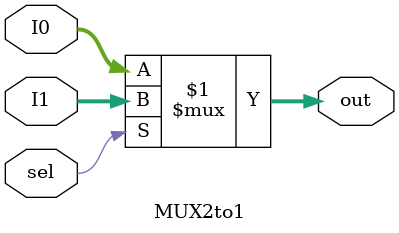
<source format=v>
module MUX2to1 #(parameter W = 32)(
    input [W-1:0] I0,I1,
    input sel,
    output [W-1:0] out

);

assign out = sel ? I1 : I0 ;

endmodule
</source>
